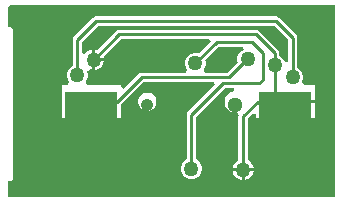
<source format=gbl>
G04*
G04 #@! TF.GenerationSoftware,Altium Limited,Altium Designer,25.4.2 (15)*
G04*
G04 Layer_Physical_Order=2*
G04 Layer_Color=16711680*
%FSLAX44Y44*%
%MOMM*%
G71*
G04*
G04 #@! TF.SameCoordinates,CC5B27D0-6A48-44B3-9A3A-EAE5C0A25098*
G04*
G04*
G04 #@! TF.FilePolarity,Positive*
G04*
G01*
G75*
%ADD14C,0.2540*%
%ADD34C,1.0500*%
%ADD35C,1.3000*%
%ADD36C,1.2700*%
%ADD37R,4.5000X2.3000*%
G36*
X278638Y162560D02*
Y0D01*
X1778D01*
Y13904D01*
X3464D01*
X4455Y14101D01*
X5295Y14663D01*
X5857Y15503D01*
X6054Y16494D01*
Y141494D01*
X5857Y142485D01*
X5295Y143325D01*
X4455Y143887D01*
X3464Y144084D01*
X1778D01*
Y160632D01*
X4214Y163064D01*
X278638Y162560D01*
D02*
G37*
%LPC*%
G36*
X120582Y88598D02*
X118531D01*
X116549Y88067D01*
X114773Y87041D01*
X113323Y85591D01*
X112297Y83814D01*
X111766Y81833D01*
Y79782D01*
X112297Y77801D01*
X113323Y76024D01*
X114773Y74574D01*
X116549Y73548D01*
X118531Y73018D01*
X120582D01*
X122563Y73548D01*
X124340Y74574D01*
X125790Y76024D01*
X126815Y77801D01*
X127346Y79782D01*
Y81833D01*
X126815Y83814D01*
X125790Y85591D01*
X124340Y87041D01*
X122563Y88067D01*
X120582Y88598D01*
D02*
G37*
G36*
X261596Y79538D02*
X237826D01*
Y66768D01*
X261596D01*
Y79538D01*
D02*
G37*
G36*
X228600Y152983D02*
X76200D01*
X74713Y152687D01*
X73453Y151845D01*
X57705Y136097D01*
X56863Y134837D01*
X56567Y133350D01*
Y111146D01*
X54993Y110238D01*
X53338Y108583D01*
X52168Y106555D01*
X51562Y104294D01*
Y101954D01*
X52168Y99693D01*
X53338Y97665D01*
X53616Y97388D01*
X52564Y94848D01*
X47516D01*
Y66768D01*
X97596D01*
Y78676D01*
X116382Y97461D01*
X175771D01*
X176743Y95115D01*
X154225Y72597D01*
X153383Y71337D01*
X153087Y69850D01*
Y32153D01*
X151513Y31244D01*
X149858Y29589D01*
X148688Y27561D01*
X148082Y25300D01*
Y22960D01*
X148688Y20699D01*
X149858Y18671D01*
X151513Y17016D01*
X153541Y15846D01*
X155802Y15240D01*
X158142D01*
X160403Y15846D01*
X162431Y17016D01*
X164086Y18671D01*
X165256Y20699D01*
X165862Y22960D01*
Y25300D01*
X165256Y27561D01*
X164086Y29589D01*
X162431Y31244D01*
X160857Y32153D01*
Y68241D01*
X184997Y92381D01*
X192721D01*
X192851Y92365D01*
X192866Y89848D01*
X192727Y89810D01*
X190567Y89232D01*
X188505Y88041D01*
X186822Y86358D01*
X185632Y84297D01*
X185016Y81998D01*
Y79617D01*
X185632Y77318D01*
X186822Y75257D01*
X188505Y73574D01*
X190567Y72384D01*
X192866Y71768D01*
X195246D01*
X195310Y71785D01*
X196418Y70566D01*
X197025Y69615D01*
X196775Y68362D01*
Y31391D01*
X195201Y30482D01*
X193546Y28827D01*
X192376Y26799D01*
X191797Y24638D01*
X209523D01*
X208944Y26799D01*
X207774Y28827D01*
X206119Y30482D01*
X204545Y31391D01*
Y66753D01*
X209170Y71378D01*
X211516Y70405D01*
Y66768D01*
X235286D01*
Y80808D01*
X236556D01*
Y82078D01*
X261596D01*
Y94848D01*
X251852D01*
X250403Y97388D01*
X250854Y98169D01*
X251460Y100430D01*
Y102770D01*
X250854Y105031D01*
X249684Y107059D01*
X248029Y108714D01*
X246455Y109622D01*
Y135128D01*
X246159Y136615D01*
X245317Y137875D01*
X231347Y151845D01*
X230087Y152687D01*
X228600Y152983D01*
D02*
G37*
G36*
X209523Y22098D02*
X201930D01*
Y14505D01*
X204091Y15084D01*
X206119Y16254D01*
X207774Y17909D01*
X208944Y19937D01*
X209523Y22098D01*
D02*
G37*
G36*
X199390D02*
X191797D01*
X192376Y19937D01*
X193546Y17909D01*
X195201Y16254D01*
X197229Y15084D01*
X199390Y14505D01*
Y22098D01*
D02*
G37*
%LPD*%
G36*
X238685Y133519D02*
Y114491D01*
X236145Y114157D01*
X235868Y115191D01*
X234698Y117219D01*
X233043Y118874D01*
X231215Y119929D01*
Y121920D01*
X230919Y123407D01*
X230077Y124667D01*
X214075Y140669D01*
X212815Y141511D01*
X211328Y141807D01*
X95596D01*
X94109Y141511D01*
X92849Y140669D01*
X77094Y124914D01*
X75438Y125357D01*
Y117764D01*
X83031D01*
X82588Y119420D01*
X97205Y134037D01*
X172215D01*
X173187Y131691D01*
X163200Y121704D01*
X161444Y122174D01*
X159104D01*
X156843Y121568D01*
X154815Y120398D01*
X153160Y118743D01*
X151990Y116715D01*
X151384Y114454D01*
Y112114D01*
X151990Y109853D01*
X153160Y107825D01*
X153215Y107771D01*
X152163Y105231D01*
X114772D01*
X113286Y104935D01*
X112026Y104093D01*
X99943Y92010D01*
X97596Y92982D01*
Y94848D01*
X68340D01*
X67288Y97388D01*
X67566Y97665D01*
X68736Y99693D01*
X69342Y101954D01*
Y104294D01*
X68775Y106409D01*
X69045Y106819D01*
X70703Y108230D01*
X70737Y108210D01*
X72898Y107631D01*
Y116494D01*
Y125357D01*
X70737Y124778D01*
X68709Y123608D01*
X67054Y121953D01*
X66877Y121645D01*
X64337Y122326D01*
Y131741D01*
X77809Y145213D01*
X226991D01*
X238685Y133519D01*
D02*
G37*
G36*
X201125Y124893D02*
X201039Y124870D01*
X199011Y123700D01*
X197356Y122045D01*
X196186Y120017D01*
X195580Y117756D01*
Y115416D01*
X195943Y114061D01*
X187113Y105231D01*
X168385D01*
X167333Y107771D01*
X167388Y107825D01*
X168558Y109853D01*
X169164Y112114D01*
Y114454D01*
X168694Y116210D01*
X179917Y127433D01*
X200791D01*
X201125Y124893D01*
D02*
G37*
%LPC*%
G36*
X83031Y115224D02*
X75438D01*
Y107631D01*
X77599Y108210D01*
X79627Y109380D01*
X81282Y111035D01*
X82452Y113063D01*
X83031Y115224D01*
D02*
G37*
%LPD*%
D14*
X227330Y111760D02*
Y121920D01*
X227584Y80808D02*
Y111760D01*
Y80808D02*
X236556D01*
X213106D02*
X227584D01*
X211328Y137922D02*
X227330Y121920D01*
X95596Y137922D02*
X211328D01*
X74168Y116494D02*
X95596Y137922D01*
X156972Y24130D02*
Y69850D01*
X183388Y96266D01*
X214376D01*
X217170Y99060D01*
Y122428D01*
X208280Y131318D02*
X217170Y122428D01*
X178308Y131318D02*
X208280D01*
X160274Y113284D02*
X178308Y131318D01*
X203962Y116586D02*
X204470D01*
X188722Y101346D02*
X203962Y116586D01*
X114772Y101346D02*
X188722D01*
X94234Y80808D02*
X114772Y101346D01*
X72556Y80808D02*
X94234D01*
X60452Y103124D02*
Y133350D01*
X76200Y149098D01*
X228600D01*
X242570Y135128D01*
Y101600D02*
Y135128D01*
X200660Y23368D02*
Y68362D01*
X213106Y80808D01*
D34*
X119049Y78347D02*
D03*
D35*
X193549D02*
D03*
D36*
X227584Y111760D02*
D03*
X227330D02*
D03*
X74168Y116494D02*
D03*
X156972Y24130D02*
D03*
X160274Y113284D02*
D03*
X204470Y116586D02*
D03*
X60452Y103124D02*
D03*
X242570Y101600D02*
D03*
X200660Y23368D02*
D03*
D37*
X72049Y78347D02*
D03*
X236049D02*
D03*
M02*

</source>
